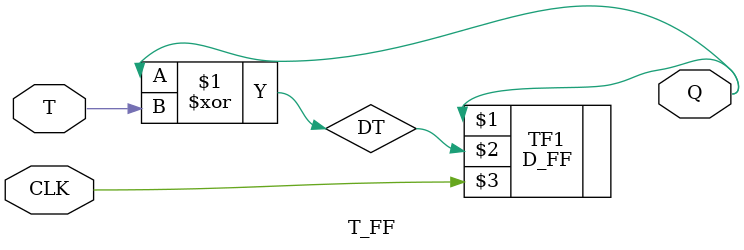
<source format=v>
module T_FF (Q,T,CLK);
   output Q;
   input T,CLK;
   wire DT;
   assign DT = Q ^ T ;
//Instantiate the D flip-flop
   D_FF TF1 (Q,DT,CLK);

endmodule



</source>
